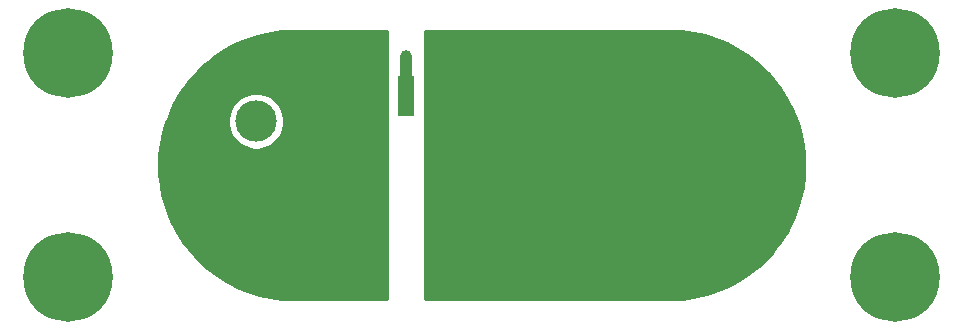
<source format=gbr>
G04 #@! TF.GenerationSoftware,KiCad,Pcbnew,(5.1.0)-1*
G04 #@! TF.CreationDate,2019-08-13T16:47:37+01:00*
G04 #@! TF.ProjectId,fp_baseline,66705f62-6173-4656-9c69-6e652e6b6963,rev?*
G04 #@! TF.SameCoordinates,Original*
G04 #@! TF.FileFunction,Copper,L2,Bot*
G04 #@! TF.FilePolarity,Positive*
%FSLAX46Y46*%
G04 Gerber Fmt 4.6, Leading zero omitted, Abs format (unit mm)*
G04 Created by KiCad (PCBNEW (5.1.0)-1) date 2019-08-13 16:47:37*
%MOMM*%
%LPD*%
G04 APERTURE LIST*
%ADD10C,0.100000*%
%ADD11C,3.500000*%
%ADD12C,7.580000*%
%ADD13R,1.400000X3.400000*%
%ADD14C,1.000000*%
%ADD15C,0.254000*%
G04 APERTURE END LIST*
D10*
G36*
X143650000Y-91190000D02*
G01*
X143150000Y-90740000D01*
X143150000Y-94390000D01*
X144150000Y-94390000D01*
X144150000Y-90740000D01*
X143650000Y-91190000D01*
G37*
D11*
X130950000Y-96300000D03*
D12*
X185010000Y-109510000D03*
X114990000Y-109510000D03*
X185010000Y-90490000D03*
X114990000Y-90490000D03*
D13*
X148730000Y-94140000D03*
X143650000Y-94140000D03*
X138570000Y-94140000D03*
X146190000Y-91240000D03*
X141110000Y-91240000D03*
D14*
X143650000Y-90740000D03*
D15*
G36*
X142023000Y-111373000D02*
G01*
X134103182Y-111373000D01*
X133110816Y-111323382D01*
X132131888Y-111204724D01*
X131182809Y-110987227D01*
X130212928Y-110690324D01*
X129304012Y-110314902D01*
X128423630Y-109849981D01*
X127592758Y-109325741D01*
X126823030Y-108733642D01*
X125742998Y-107693245D01*
X124773066Y-106535264D01*
X124250653Y-105697433D01*
X123746070Y-104708054D01*
X123300600Y-103559732D01*
X123014032Y-102541922D01*
X122865519Y-101680546D01*
X122746895Y-100820522D01*
X122737014Y-100000413D01*
X122746970Y-99472776D01*
X122756799Y-99069788D01*
X122875276Y-98161461D01*
X123073209Y-97231177D01*
X123320487Y-96390432D01*
X123443479Y-96065098D01*
X128565000Y-96065098D01*
X128565000Y-96534902D01*
X128656654Y-96995679D01*
X128836440Y-97429721D01*
X129097450Y-97820349D01*
X129429651Y-98152550D01*
X129820279Y-98413560D01*
X130254321Y-98593346D01*
X130715098Y-98685000D01*
X131184902Y-98685000D01*
X131645679Y-98593346D01*
X132079721Y-98413560D01*
X132470349Y-98152550D01*
X132802550Y-97820349D01*
X133063560Y-97429721D01*
X133243346Y-96995679D01*
X133335000Y-96534902D01*
X133335000Y-96065098D01*
X133243346Y-95604321D01*
X133063560Y-95170279D01*
X132802550Y-94779651D01*
X132470349Y-94447450D01*
X132079721Y-94186440D01*
X131645679Y-94006654D01*
X131184902Y-93915000D01*
X130715098Y-93915000D01*
X130254321Y-94006654D01*
X129820279Y-94186440D01*
X129429651Y-94447450D01*
X129097450Y-94779651D01*
X128836440Y-95170279D01*
X128656654Y-95604321D01*
X128565000Y-96065098D01*
X123443479Y-96065098D01*
X123627019Y-95579606D01*
X124032900Y-94718345D01*
X124249456Y-94334451D01*
X124596989Y-93768468D01*
X124813387Y-93443872D01*
X125198719Y-92939976D01*
X125495655Y-92593550D01*
X125981358Y-92048373D01*
X126603912Y-91455465D01*
X127179725Y-90988858D01*
X127484507Y-90743066D01*
X128264487Y-90239535D01*
X128839163Y-89932380D01*
X129353548Y-89665296D01*
X130025035Y-89388801D01*
X130737813Y-89141309D01*
X131380183Y-88963422D01*
X132172100Y-88795139D01*
X133011786Y-88676595D01*
X134102885Y-88627000D01*
X142023000Y-88627000D01*
X142023000Y-111373000D01*
X142023000Y-111373000D01*
G37*
X142023000Y-111373000D02*
X134103182Y-111373000D01*
X133110816Y-111323382D01*
X132131888Y-111204724D01*
X131182809Y-110987227D01*
X130212928Y-110690324D01*
X129304012Y-110314902D01*
X128423630Y-109849981D01*
X127592758Y-109325741D01*
X126823030Y-108733642D01*
X125742998Y-107693245D01*
X124773066Y-106535264D01*
X124250653Y-105697433D01*
X123746070Y-104708054D01*
X123300600Y-103559732D01*
X123014032Y-102541922D01*
X122865519Y-101680546D01*
X122746895Y-100820522D01*
X122737014Y-100000413D01*
X122746970Y-99472776D01*
X122756799Y-99069788D01*
X122875276Y-98161461D01*
X123073209Y-97231177D01*
X123320487Y-96390432D01*
X123443479Y-96065098D01*
X128565000Y-96065098D01*
X128565000Y-96534902D01*
X128656654Y-96995679D01*
X128836440Y-97429721D01*
X129097450Y-97820349D01*
X129429651Y-98152550D01*
X129820279Y-98413560D01*
X130254321Y-98593346D01*
X130715098Y-98685000D01*
X131184902Y-98685000D01*
X131645679Y-98593346D01*
X132079721Y-98413560D01*
X132470349Y-98152550D01*
X132802550Y-97820349D01*
X133063560Y-97429721D01*
X133243346Y-96995679D01*
X133335000Y-96534902D01*
X133335000Y-96065098D01*
X133243346Y-95604321D01*
X133063560Y-95170279D01*
X132802550Y-94779651D01*
X132470349Y-94447450D01*
X132079721Y-94186440D01*
X131645679Y-94006654D01*
X131184902Y-93915000D01*
X130715098Y-93915000D01*
X130254321Y-94006654D01*
X129820279Y-94186440D01*
X129429651Y-94447450D01*
X129097450Y-94779651D01*
X128836440Y-95170279D01*
X128656654Y-95604321D01*
X128565000Y-96065098D01*
X123443479Y-96065098D01*
X123627019Y-95579606D01*
X124032900Y-94718345D01*
X124249456Y-94334451D01*
X124596989Y-93768468D01*
X124813387Y-93443872D01*
X125198719Y-92939976D01*
X125495655Y-92593550D01*
X125981358Y-92048373D01*
X126603912Y-91455465D01*
X127179725Y-90988858D01*
X127484507Y-90743066D01*
X128264487Y-90239535D01*
X128839163Y-89932380D01*
X129353548Y-89665296D01*
X130025035Y-89388801D01*
X130737813Y-89141309D01*
X131380183Y-88963422D01*
X132172100Y-88795139D01*
X133011786Y-88676595D01*
X134102885Y-88627000D01*
X142023000Y-88627000D01*
X142023000Y-111373000D01*
G36*
X166989184Y-88676618D02*
G01*
X167968112Y-88795276D01*
X168917191Y-89012773D01*
X169887072Y-89309676D01*
X170795988Y-89685098D01*
X171676370Y-90150019D01*
X172507242Y-90674259D01*
X173276970Y-91266358D01*
X174357002Y-92306755D01*
X175326934Y-93464736D01*
X175849347Y-94302567D01*
X176353930Y-95291946D01*
X176799400Y-96440268D01*
X177085968Y-97458078D01*
X177234481Y-98319454D01*
X177353105Y-99179478D01*
X177362986Y-99999587D01*
X177353030Y-100527224D01*
X177343201Y-100930212D01*
X177224724Y-101838539D01*
X177026791Y-102768823D01*
X176779513Y-103609568D01*
X176472981Y-104420394D01*
X176067100Y-105281655D01*
X175850544Y-105665549D01*
X175503011Y-106231532D01*
X175286613Y-106556128D01*
X174901281Y-107060024D01*
X174604345Y-107406450D01*
X174118642Y-107951627D01*
X173496088Y-108544535D01*
X172920275Y-109011142D01*
X172615493Y-109256934D01*
X171835513Y-109760465D01*
X171260837Y-110067620D01*
X170746452Y-110334704D01*
X170074965Y-110611199D01*
X169362187Y-110858691D01*
X168719817Y-111036578D01*
X167927900Y-111204861D01*
X167088214Y-111323405D01*
X165997115Y-111373000D01*
X145277000Y-111373000D01*
X145277000Y-88627000D01*
X165996818Y-88627000D01*
X166989184Y-88676618D01*
X166989184Y-88676618D01*
G37*
X166989184Y-88676618D02*
X167968112Y-88795276D01*
X168917191Y-89012773D01*
X169887072Y-89309676D01*
X170795988Y-89685098D01*
X171676370Y-90150019D01*
X172507242Y-90674259D01*
X173276970Y-91266358D01*
X174357002Y-92306755D01*
X175326934Y-93464736D01*
X175849347Y-94302567D01*
X176353930Y-95291946D01*
X176799400Y-96440268D01*
X177085968Y-97458078D01*
X177234481Y-98319454D01*
X177353105Y-99179478D01*
X177362986Y-99999587D01*
X177353030Y-100527224D01*
X177343201Y-100930212D01*
X177224724Y-101838539D01*
X177026791Y-102768823D01*
X176779513Y-103609568D01*
X176472981Y-104420394D01*
X176067100Y-105281655D01*
X175850544Y-105665549D01*
X175503011Y-106231532D01*
X175286613Y-106556128D01*
X174901281Y-107060024D01*
X174604345Y-107406450D01*
X174118642Y-107951627D01*
X173496088Y-108544535D01*
X172920275Y-109011142D01*
X172615493Y-109256934D01*
X171835513Y-109760465D01*
X171260837Y-110067620D01*
X170746452Y-110334704D01*
X170074965Y-110611199D01*
X169362187Y-110858691D01*
X168719817Y-111036578D01*
X167927900Y-111204861D01*
X167088214Y-111323405D01*
X165997115Y-111373000D01*
X145277000Y-111373000D01*
X145277000Y-88627000D01*
X165996818Y-88627000D01*
X166989184Y-88676618D01*
M02*

</source>
